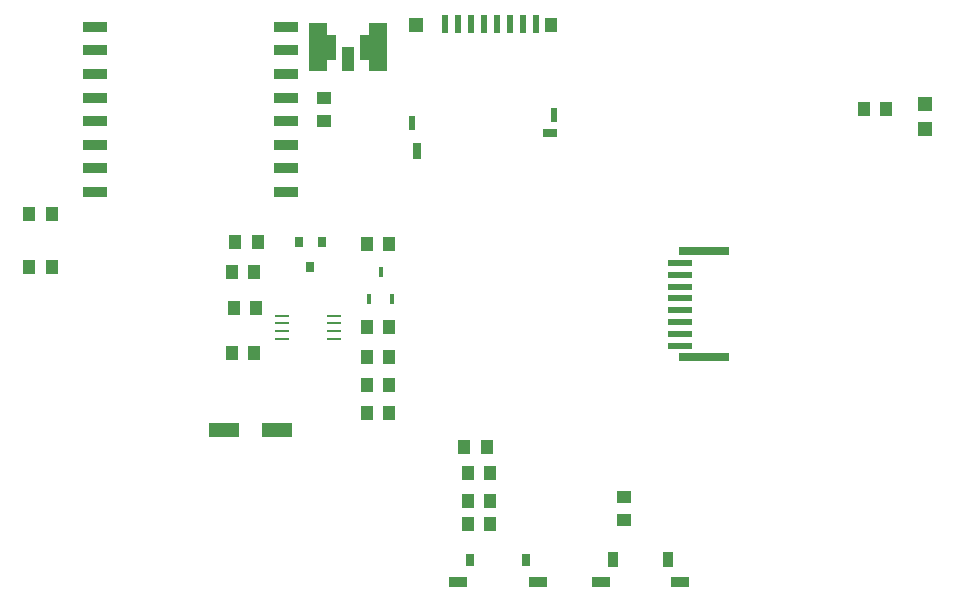
<source format=gtp>
G04 DipTrace 3.3.1.3*
G04 Teensy4.0TouchDisplayLoRaV0.2.gtp*
%MOIN*%
G04 #@! TF.FileFunction,Paste,Top*
G04 #@! TF.Part,Single*
%AMOUTLINE0*
4,1,4,
-0.0175,-0.025,
-0.0175,0.025,
0.0175,0.025,
0.0175,-0.025,
-0.0175,-0.025,
0*%
%AMOUTLINE1*
4,1,4,
0.0285,-0.0155,
-0.0285,-0.0155,
-0.0285,0.0155,
0.0285,0.0155,
0.0285,-0.0155,
0*%
%AMOUTLINE3*
4,1,4,
-0.01356,-0.02106,
-0.01356,0.02106,
0.01356,0.02106,
0.01356,-0.02106,
-0.01356,-0.02106,
0*%
%AMOUTLINE4*
4,1,4,
-0.03937,-0.015748,
0.03937,-0.015748,
0.03937,0.015748,
-0.03937,0.015748,
-0.03937,-0.015748,
0*%
%AMOUTLINE5*
4,1,4,
0.03937,0.015748,
-0.03937,0.015748,
-0.03937,-0.015748,
0.03937,-0.015748,
0.03937,0.015748,
0*%
%AMOUTLINE6*
4,1,4,
0.03,0.08,
-0.03,0.08,
-0.03,-0.08,
0.03,-0.08,
0.03,0.08,
0*%
%AMOUTLINE7*
4,1,4,
0.02,0.04,
-0.02,0.04,
-0.02,-0.04,
0.02,-0.04,
0.02,0.04,
0*%
%ADD34R,0.1X0.05*%
%ADD47R,0.07874X0.023622*%
%ADD48R,0.165354X0.027559*%
%ADD54R,0.047244X0.047244*%
%ADD56R,0.031496X0.035433*%
%ADD87R,0.047238X0.007868*%
%ADD95R,0.017711X0.033459*%
%ADD111R,0.049207X0.03149*%
%ADD113R,0.023616X0.051175*%
%ADD115R,0.023616X0.047238*%
%ADD117R,0.03149X0.053144*%
%ADD119R,0.019679X0.061018*%
%ADD127R,0.051175X0.051175*%
%ADD131R,0.043301X0.051175*%
%ADD133R,0.051175X0.043301*%
%ADD140OUTLINE0*%
%ADD141OUTLINE1*%
%ADD143OUTLINE3*%
%ADD144OUTLINE4*%
%ADD145OUTLINE5*%
%ADD146OUTLINE6*%
%ADD147OUTLINE7*%
%FSLAX26Y26*%
G04*
G70*
G90*
G75*
G01*
G04 TopPaste*
%LPD*%
D34*
X1531081Y949892D3*
X1356081D3*
D133*
X1687314Y2056025D3*
Y1981222D3*
X2687209Y724915D3*
Y650112D3*
D131*
X706298Y1493700D3*
X781102D3*
Y1668700D3*
X706298D3*
D119*
X2396771Y2304415D3*
X2353424D3*
X2310157D3*
X2266823Y2304428D3*
X2223516D3*
X2180222D3*
X2136902D3*
X2093621Y2304415D3*
D131*
X2443976Y2299691D3*
D127*
X1997125D3*
D117*
X1999501Y1879035D3*
D115*
X1983372Y1974704D3*
D113*
X2453818Y2000321D3*
D111*
X2441259Y1941266D3*
D47*
X2874015Y1230905D3*
Y1270275D3*
Y1309645D3*
Y1388385D3*
Y1349015D3*
Y1427755D3*
Y1467125D3*
Y1506495D3*
D48*
X2956692Y1191535D3*
Y1545865D3*
D140*
X2651200Y517451D3*
X2836200D3*
D141*
X2610700Y442951D3*
X2876700D3*
D143*
X2176200Y517451D3*
X2361200D3*
D141*
X2135700Y442951D3*
X2401700D3*
D54*
X3693700Y2035039D3*
Y1952361D3*
D56*
X1681102Y1576808D3*
X1606298D3*
X1643700Y1494130D3*
D95*
X1839747Y1386911D3*
X1914550D3*
X1877149Y1477462D3*
D131*
X2243600Y635364D3*
X2168797D3*
X1906102Y1568700D3*
X1831298D3*
X1393595Y1574826D3*
X1468398D3*
X2231102Y893695D3*
X2156298D3*
X3562354Y2018697D3*
X3487550D3*
X2168797Y806167D3*
X2243600D3*
X1906102Y1293923D3*
X1831298D3*
X1456088Y1474836D3*
X1381285D3*
X1906102Y1193829D3*
X1831298D3*
Y1099982D3*
X1906102D3*
X1381285Y1206115D3*
X1456088D3*
X1462338Y1356099D3*
X1387535D3*
X1831298Y1006136D3*
X1906102D3*
X2243600Y714535D3*
X2168797D3*
D144*
X1562598Y1743104D3*
Y1821844D3*
Y1900585D3*
Y1979325D3*
Y2058065D3*
Y2136805D3*
Y2215545D3*
Y2294285D3*
D145*
X924802D3*
Y2215545D3*
Y2136805D3*
Y2058065D3*
Y1979325D3*
Y1900585D3*
Y1821844D3*
Y1743104D3*
D87*
X1549829Y1331102D3*
Y1305511D3*
Y1279920D3*
Y1254330D3*
X1723057D3*
Y1279920D3*
Y1305511D3*
Y1331102D3*
G36*
X1787572Y2148729D2*
X1749534D1*
Y2178721D1*
X1787572D1*
Y2148729D1*
G37*
G36*
X1839494Y2181752D2*
X1807436D1*
Y2265719D1*
X1839494D1*
Y2181752D1*
G37*
G36*
X1697690Y2265771D2*
X1729618D1*
Y2181752D1*
X1697690D1*
Y2265771D1*
G37*
D146*
X1668566Y2224758D3*
X1868566D3*
D147*
X1768566Y2184758D3*
M02*

</source>
